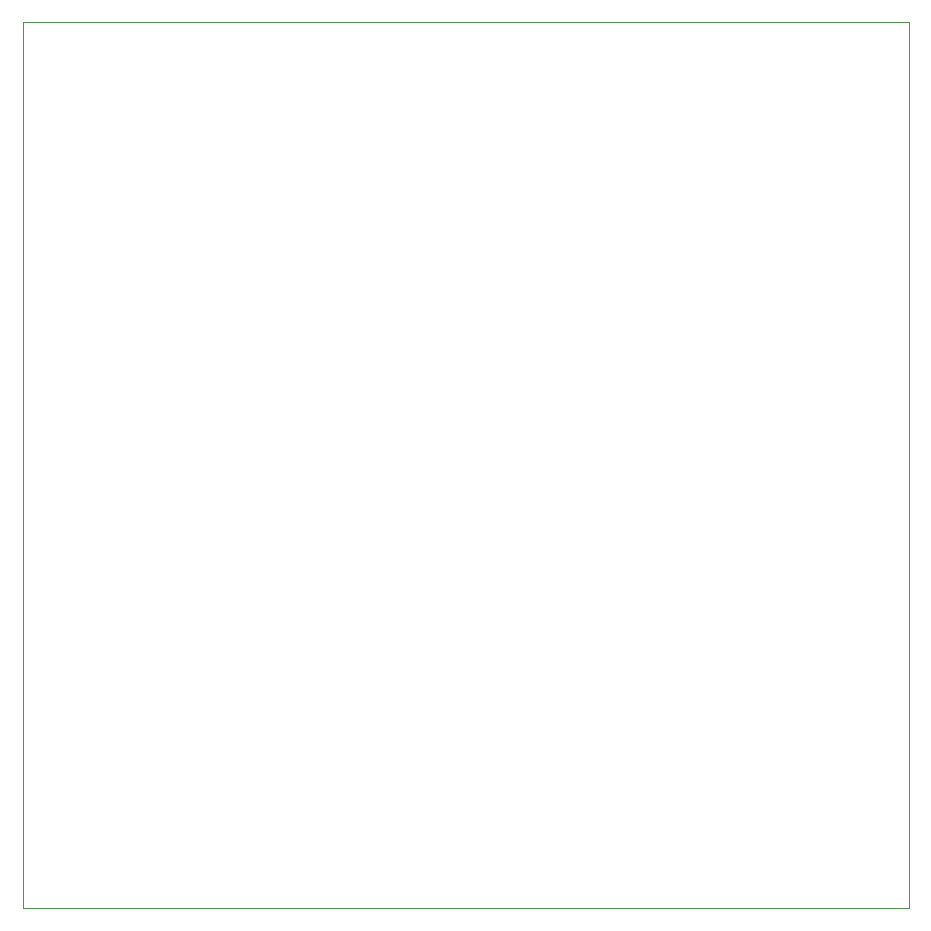
<source format=gbr>
G04 #@! TF.FileFunction,Profile,NP*
%FSLAX46Y46*%
G04 Gerber Fmt 4.6, Leading zero omitted, Abs format (unit mm)*
G04 Created by KiCad (PCBNEW 4.0.7) date 04/23/18 15:12:37*
%MOMM*%
%LPD*%
G01*
G04 APERTURE LIST*
%ADD10C,0.100000*%
G04 APERTURE END LIST*
D10*
X120000000Y-130000000D02*
X120000000Y-55000000D01*
X195000000Y-130000000D02*
X120000000Y-130000000D01*
X195000000Y-55000000D02*
X195000000Y-130000000D01*
X120000000Y-55000000D02*
X195000000Y-55000000D01*
M02*

</source>
